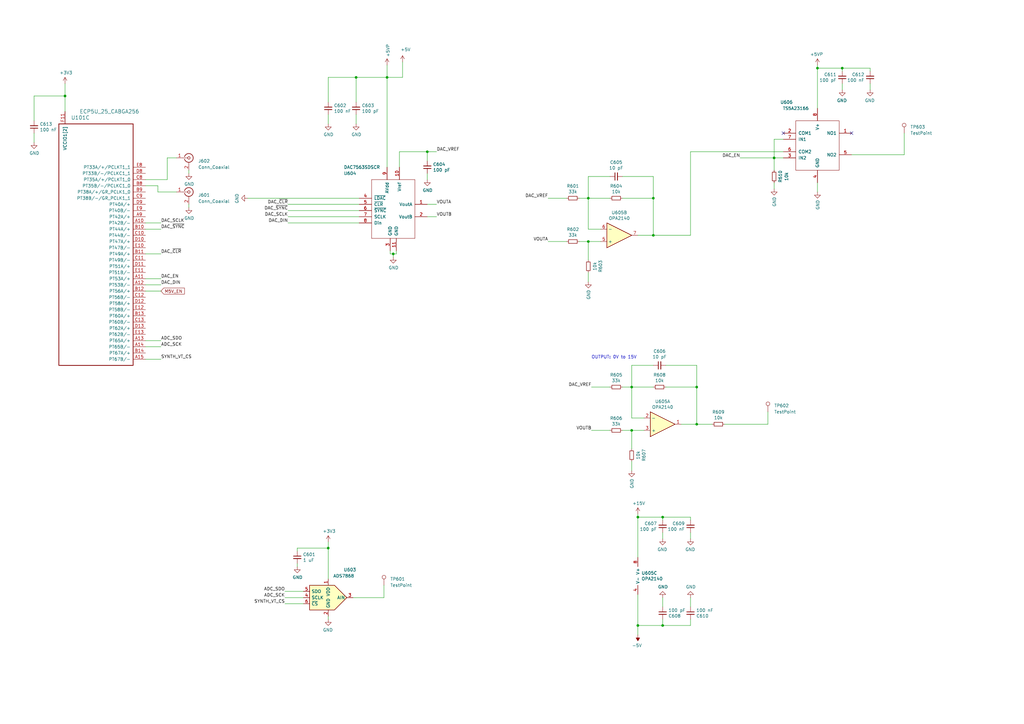
<source format=kicad_sch>
(kicad_sch (version 20201015) (generator eeschema)
  (paper "A3")
  (lib_symbols
    (symbol "Analog_ADC:ADS7868" (pin_names (offset 0.762))
      (property "Reference" "U" (at 1.27 6.35 0))
      (property "Value" "ADS7868" (at 1.27 -6.35 0))
      (symbol "ADS7868_1_1"
        (pin power_in line (at 0 7.62 270) (length 2.54) (name "VDD") (number "1"))
        (pin power_in line (at 0 -7.62 90) (length 2.54) (name "GND") (number "2"))
        (pin input line (at -10.16 0 0) (length 2.54) (name "AIN") (number "3"))
        (pin input line (at 10.16 0 180) (length 2.54) (name "SCLK") (number "4"))
        (pin tri_state line (at 10.16 2.54 180) (length 2.54) (name "SDO") (number "5"))
        (pin input line (at 10.16 -2.54 180) (length 2.54) (name "~CS") (number "6"))
      )
    )
    (symbol "Connector:Conn_Coaxial" (pin_names (offset 1.016) hide)
      (property "Reference" "J" (at 0.254 3.048 0))
      (property "Value" "Conn_Coaxial" (at 2.921 0 90))
      (symbol "Conn_Coaxial_1_1"
        (pin passive line (at -5.08 0 0) (length 2.54) (name "In") (number "1"))
        (pin passive line (at 0 -5.08 90) (length 2.54) (name "Ext") (number "2"))
      )
    )
    (symbol "Connector:TestPoint" (pin_numbers hide) (pin_names (offset 0.762) hide)
      (property "Reference" "TP" (at 0 6.858 0))
      (property "Value" "TestPoint" (at 0 5.08 0))
      (symbol "TestPoint_1_1"
        (pin passive line (at 0 0 90) (length 2.54) (name "1") (number "1"))
      )
    )
    (symbol "Device:C_Small" (pin_numbers hide) (pin_names (offset 0.254) hide)
      (property "Reference" "C" (at 0.254 1.778 0))
      (property "Value" "C_Small" (at 0.254 -2.032 0))
      (symbol "C_Small_1_1"
        (pin passive line (at 0 2.54 270) (length 2.032) (name "~") (number "1"))
        (pin passive line (at 0 -2.54 90) (length 2.032) (name "~") (number "2"))
      )
    )
    (symbol "Device:R_Small" (pin_numbers hide) (pin_names (offset 0.254) hide)
      (property "Reference" "R" (at 0.762 0.508 0))
      (property "Value" "R_Small" (at 0.762 -1.016 0))
      (symbol "R_Small_1_1"
        (pin passive line (at 0 2.54 270) (length 0.762) (name "~") (number "1"))
        (pin passive line (at 0 -2.54 90) (length 0.762) (name "~") (number "2"))
      )
    )
    (symbol "Lattice_ECP5:ECP5U_25_CABGA256" (pin_names (offset 1.016))
      (property "Reference" "U" (at 3.81 6.35 0))
      (property "Value" "ECP5U_25_CABGA256" (at 3.81 3.81 0))
      (symbol "ECP5U_25_CABGA256_1_1"
        (pin power_in line (at 7.62 -15.24 90) (length 5.08) (name "GND[27]") (number "A16"))
        (pin power_in line (at 7.62 -15.24 90) (length 5.08) (name "GND[27]") (number "H16"))
        (pin power_in line (at 7.62 -15.24 90) (length 5.08) (name "GND[27]") (number "T16"))
        (pin power_in line (at 7.62 -15.24 90) (length 5.08) (name "GND[27]") (number "D15"))
        (pin power_in line (at 7.62 -15.24 90) (length 5.08) (name "GND[27]") (number "N15"))
        (pin power_in line (at 7.62 -15.24 90) (length 5.08) (name "GND[27]") (number "T12"))
        (pin power_in line (at 7.62 -15.24 90) (length 5.08) (name "GND[27]") (number "G10"))
        (pin power_in line (at 7.62 -15.24 90) (length 5.08) (name "GND[27]") (number "H10"))
        (pin power_in line (at 7.62 -15.24 90) (length 5.08) (name "GND[27]") (number "J10"))
        (pin power_in line (at 7.62 -15.24 90) (length 5.08) (name "GND[27]") (number "K10"))
        (pin power_in line (at 7.62 -15.24 90) (length 5.08) (name "GND[27]") (number "F9"))
        (pin power_in line (at 7.62 -15.24 90) (length 5.08) (name "GND[27]") (number "H9"))
        (pin power_in line (at 7.62 -15.24 90) (length 5.08) (name "GND[27]") (number "J9"))
        (pin power_in line (at 7.62 -15.24 90) (length 5.08) (name "GND[27]") (number "K9"))
        (pin power_in line (at 7.62 -15.24 90) (length 5.08) (name "GND[27]") (number "F8"))
        (pin power_in line (at 7.62 -15.24 90) (length 5.08) (name "GND[27]") (number "G8"))
        (pin power_in line (at 7.62 -15.24 90) (length 5.08) (name "GND[27]") (number "H8"))
        (pin power_in line (at 7.62 -15.24 90) (length 5.08) (name "GND[27]") (number "J8"))
        (pin power_in line (at 7.62 -15.24 90) (length 5.08) (name "GND[27]") (number "K8"))
        (pin power_in line (at 7.62 -15.24 90) (length 5.08) (name "GND[27]") (number "K7"))
        (pin power_in line (at 7.62 -15.24 90) (length 5.08) (name "GND[27]") (number "K6"))
        (pin power_in line (at 7.62 -15.24 90) (length 5.08) (name "GND[27]") (number "T5"))
        (pin power_in line (at 7.62 -15.24 90) (length 5.08) (name "GND[27]") (number "D2"))
        (pin power_in line (at 7.62 -15.24 90) (length 5.08) (name "GND[27]") (number "N2"))
        (pin power_in line (at 7.62 -15.24 90) (length 5.08) (name "GND[27]") (number "A1"))
        (pin power_in line (at 7.62 -15.24 90) (length 5.08) (name "GND[27]") (number "H1"))
        (pin power_in line (at 7.62 -15.24 90) (length 5.08) (name "GND[27]") (number "T1"))
        (pin power_in line (at 10.16 22.86 270) (length 5.08) (name "VCC[6]") (number "L10"))
        (pin power_in line (at 10.16 22.86 270) (length 5.08) (name "VCC[6]") (number "G9"))
        (pin power_in line (at 10.16 22.86 270) (length 5.08) (name "VCC[6]") (number "L9"))
        (pin power_in line (at 10.16 22.86 270) (length 5.08) (name "VCC[6]") (number "L8"))
        (pin power_in line (at 10.16 22.86 270) (length 5.08) (name "VCC[6]") (number "G7"))
        (pin power_in line (at 10.16 22.86 270) (length 5.08) (name "VCC[6]") (number "G6"))
        (pin power_in line (at 7.62 22.86 270) (length 5.08) (name "VCCAUX[2]") (number "G11"))
        (pin power_in line (at 7.62 22.86 270) (length 5.08) (name "VCCAUX[2]") (number "L7"))
      )
      (symbol "ECP5U_25_CABGA256_2_1"
        (pin bidirectional line (at 0 0 0) (length 5.08) (name "PT4A/+") (number "A2"))
        (pin bidirectional line (at 0 -2.54 0) (length 5.08) (name "PT4B/-") (number "B3"))
        (pin bidirectional line (at 0 -5.08 0) (length 5.08) (name "PT6A/+") (number "A3"))
        (pin bidirectional line (at 0 -7.62 0) (length 5.08) (name "PT6B/-") (number "A4"))
        (pin bidirectional line (at 0 -10.16 0) (length 5.08) (name "PT9A/+") (number "E4"))
        (pin bidirectional line (at 0 -12.7 0) (length 5.08) (name "PT9B/-") (number "D4"))
        (pin bidirectional line (at 0 -15.24 0) (length 5.08) (name "PT11A/+") (number "C4"))
        (pin bidirectional line (at 0 -17.78 0) (length 5.08) (name "PT11B/-") (number "B4"))
        (pin bidirectional line (at 0 -20.32 0) (length 5.08) (name "PT13A/+") (number "E5"))
        (pin bidirectional line (at 0 -22.86 0) (length 5.08) (name "PT13B/-") (number "D5"))
        (pin bidirectional line (at 0 -25.4 0) (length 5.08) (name "PT15A/+") (number "C5"))
        (pin bidirectional line (at 0 -27.94 0) (length 5.08) (name "PT15B/-") (number "B5"))
        (pin bidirectional line (at 0 -30.48 0) (length 5.08) (name "PT18A/+") (number "A5"))
        (pin bidirectional line (at 0 -33.02 0) (length 5.08) (name "PT18B/-") (number "A6"))
        (pin bidirectional line (at 0 -35.56 0) (length 5.08) (name "PT20A/+") (number "E6"))
        (pin bidirectional line (at 0 -38.1 0) (length 5.08) (name "PT20B/-") (number "D6"))
        (pin bidirectional line (at 0 -40.64 0) (length 5.08) (name "PT22A/+") (number "C6"))
        (pin bidirectional line (at 0 -43.18 0) (length 5.08) (name "PT22B/-") (number "B6"))
        (pin bidirectional line (at 0 -45.72 0) (length 5.08) (name "PT24A/+/GR_PCLK0_1") (number "E7"))
        (pin bidirectional line (at 0 -48.26 0) (length 5.08) (name "PT24B/-/GR_PCLK0_0") (number "D7"))
        (pin bidirectional line (at 0 -50.8 0) (length 5.08) (name "PT27A/+/PCLKT0_1") (number "C7"))
        (pin bidirectional line (at 0 -53.34 0) (length 5.08) (name "PT27B/-/PCLKC0_1") (number "B7"))
        (pin bidirectional line (at 0 -55.88 0) (length 5.08) (name "PT29A/+/PCLKT0_0") (number "A7"))
        (pin bidirectional line (at 0 -58.42 0) (length 5.08) (name "PT29B/-/PCLKC0_0") (number "A8"))
        (pin power_in line (at 33.02 22.86 270) (length 5.08) (name "VCCIO0[2]") (number "F7"))
        (pin power_in line (at 33.02 22.86 270) (length 5.08) (name "VCCIO0[2]") (number "F6"))
      )
      (symbol "ECP5U_25_CABGA256_3_1"
        (pin bidirectional line (at 0 0 0) (length 5.08) (name "PT33A/+/PCLKT1_1") (number "E8"))
        (pin bidirectional line (at 0 -2.54 0) (length 5.08) (name "PT33B/-/PCLKC1_1") (number "D8"))
        (pin bidirectional line (at 0 -5.08 0) (length 5.08) (name "PT35A/+/PCLKT1_0") (number "C8"))
        (pin bidirectional line (at 0 -7.62 0) (length 5.08) (name "PT35B/-/PCLKC1_0") (number "B8"))
        (pin bidirectional line (at 0 -10.16 0) (length 5.08) (name "PT38A/+/GR_PCLK1_0") (number "B9"))
        (pin bidirectional line (at 0 -12.7 0) (length 5.08) (name "PT38B/-/GR_PCLK1_1") (number "C9"))
        (pin bidirectional line (at 0 -15.24 0) (length 5.08) (name "PT40A/+") (number "D9"))
        (pin bidirectional line (at 0 -17.78 0) (length 5.08) (name "PT40B/-") (number "E9"))
        (pin bidirectional line (at 0 -20.32 0) (length 5.08) (name "PT42A/+") (number "A9"))
        (pin bidirectional line (at 0 -22.86 0) (length 5.08) (name "PT42B/-") (number "A10"))
        (pin bidirectional line (at 0 -25.4 0) (length 5.08) (name "PT44A/+") (number "B10"))
        (pin bidirectional line (at 0 -27.94 0) (length 5.08) (name "PT44B/-") (number "C10"))
        (pin bidirectional line (at 0 -30.48 0) (length 5.08) (name "PT47A/+") (number "D10"))
        (pin bidirectional line (at 0 -33.02 0) (length 5.08) (name "PT47B/-") (number "E10"))
        (pin bidirectional line (at 0 -35.56 0) (length 5.08) (name "PT49A/+") (number "B11"))
        (pin bidirectional line (at 0 -38.1 0) (length 5.08) (name "PT49B/-") (number "C11"))
        (pin bidirectional line (at 0 -40.64 0) (length 5.08) (name "PT51A/+") (number "D11"))
        (pin bidirectional line (at 0 -43.18 0) (length 5.08) (name "PT51B/-") (number "E11"))
        (pin bidirectional line (at 0 -45.72 0) (length 5.08) (name "PT53A/+") (number "A11"))
        (pin bidirectional line (at 0 -48.26 0) (length 5.08) (name "PT53B/-") (number "A12"))
        (pin bidirectional line (at 0 -50.8 0) (length 5.08) (name "PT56A/+") (number "B12"))
        (pin bidirectional line (at 0 -53.34 0) (length 5.08) (name "PT56B/-") (number "C12"))
        (pin bidirectional line (at 0 -55.88 0) (length 5.08) (name "PT58A/+") (number "D12"))
        (pin bidirectional line (at 0 -58.42 0) (length 5.08) (name "PT58B/-") (number "E12"))
        (pin bidirectional line (at 0 -60.96 0) (length 5.08) (name "PT60A/+") (number "B13"))
        (pin bidirectional line (at 0 -63.5 0) (length 5.08) (name "PT60B/-") (number "C13"))
        (pin bidirectional line (at 0 -66.04 0) (length 5.08) (name "PT62A/+") (number "D13"))
        (pin bidirectional line (at 0 -68.58 0) (length 5.08) (name "PT62B/-") (number "E13"))
        (pin bidirectional line (at 0 -71.12 0) (length 5.08) (name "PT65A/+") (number "A13"))
        (pin bidirectional line (at 0 -73.66 0) (length 5.08) (name "PT65B/-") (number "A14"))
        (pin bidirectional line (at 0 -76.2 0) (length 5.08) (name "PT67A/+") (number "B14"))
        (pin bidirectional line (at 0 -78.74 0) (length 5.08) (name "PT67B/-") (number "A15"))
        (pin power_in line (at 33.02 22.86 270) (length 5.08) (name "VCCIO1[2]") (number "F11"))
        (pin power_in line (at 33.02 22.86 270) (length 5.08) (name "VCCIO1[2]") (number "F10"))
      )
      (symbol "ECP5U_25_CABGA256_4_1"
        (pin bidirectional line (at 0 0 0) (length 5.08) (name "PR2A/+/HS/RDQ8") (number "B16"))
        (pin bidirectional line (at 0 -2.54 0) (length 5.08) (name "PR2B/-/S0_IN/HS/RDQ8") (number "B15"))
        (pin bidirectional line (at 0 -5.08 0) (length 5.08) (name "PR2C/+/RDQ8") (number "C14"))
        (pin bidirectional line (at 0 -7.62 0) (length 5.08) (name "PR2D/-/RDQ8") (number "D14"))
        (pin bidirectional line (at 0 -10.16 0) (length 5.08) (name "PR5A/+/HS/RDQ8") (number "C16"))
        (pin bidirectional line (at 0 -12.7 0) (length 5.08) (name "PR5B/-/HS/RDQ8") (number "C15"))
        (pin bidirectional line (at 0 -15.24 0) (length 5.08) (name "PR5C/+/RDQ8") (number "E14"))
        (pin bidirectional line (at 0 -17.78 0) (length 5.08) (name "PR5D/-/RDQ8") (number "F14"))
        (pin bidirectional line (at 0 -20.32 0) (length 5.08) (name "PR8A/+/HS/RDQS8") (number "D16"))
        (pin bidirectional line (at 0 -22.86 0) (length 5.08) (name "PR8B/-/HS/RDQSN8") (number "E15"))
        (pin bidirectional line (at 0 -25.4 0) (length 5.08) (name "PR8C/+/RDQ8") (number "F13"))
        (pin bidirectional line (at 0 -27.94 0) (length 5.08) (name "PR8D/-/RDQ8") (number "F12"))
        (pin bidirectional line (at 0 -30.48 0) (length 5.08) (name "PR11A/+/HS/RDQ8") (number "G12"))
        (pin bidirectional line (at 0 -33.02 0) (length 5.08) (name "PR11B/-/HS/RDQ8") (number "G13"))
        (pin bidirectional line (at 0 -35.56 0) (length 5.08) (name "PR11C/+/RDQ8") (number "F15"))
        (pin bidirectional line (at 0 -38.1 0) (length 5.08) (name "PR11D/-/RDQ8") (number "E16"))
        (pin bidirectional line (at 0 -40.64 0) (length 5.08) (name "PR14A/+/HS/RDQ20") (number "F16"))
        (pin bidirectional line (at 0 -43.18 0) (length 5.08) (name "PR14B/-/HS/RDQ20") (number "G15"))
        (pin bidirectional line (at 0 -45.72 0) (length 5.08) (name "PR14C/+/VREF1_2/RDQ20") (number "G14"))
        (pin bidirectional line (at 0 -48.26 0) (length 5.08) (name "PR14D/-/RDQ20") (number "H14"))
        (pin bidirectional line (at 0 -50.8 0) (length 5.08) (name "PR17A/+/HS/RDQ20") (number "H12"))
        (pin bidirectional line (at 0 -53.34 0) (length 5.08) (name "PR17B/-/HS/RDQ20") (number "H13"))
        (pin bidirectional line (at 0 -55.88 0) (length 5.08) (name "PR17C/+/RDQ20") (number "J13"))
        (pin bidirectional line (at 0 -58.42 0) (length 5.08) (name "PR17D/-/RDQ20") (number "J12"))
        (pin bidirectional line (at 0 -60.96 0) (length 5.08) (name "PR20A/+/GR_PCLK2_1/HS/RDQS20") (number "G16"))
        (pin bidirectional line (at 0 -63.5 0) (length 5.08) (name "PR20B/-/HS/RDQSN20") (number "H15"))
        (pin bidirectional line (at 0 -66.04 0) (length 5.08) (name "PR20C/+/GR_PCLK2_0/RDQ20") (number "J14"))
        (pin bidirectional line (at 0 -68.58 0) (length 5.08) (name "PR20D/-/RDQ20") (number "K14"))
        (pin bidirectional line (at 0 -71.12 0) (length 5.08) (name "PR23A/+/PCLKT2_1/HS/RDQ20") (number "J16"))
        (pin bidirectional line (at 0 -73.66 0) (length 5.08) (name "PR23B/-/PCLKC2_1/HS/RDQ20") (number "J15"))
        (pin bidirectional line (at 0 -76.2 0) (length 5.08) (name "PR23C/+/PCLKT2_0/RDQ20") (number "K16"))
        (pin bidirectional line (at 0 -78.74 0) (length 5.08) (name "PR23D/-/PCLKC2_0/RDQ20") (number "K15"))
        (pin power_in line (at 45.72 22.86 270) (length 5.08) (name "VCCIO2[2]") (number "H11"))
        (pin power_in line (at 45.72 22.86 270) (length 5.08) (name "VCCIO2[2]") (number "J11"))
      )
      (symbol "ECP5U_25_CABGA256_5_1"
        (pin bidirectional line (at 0 0 0) (length 5.08) (name "PR26A/+/PCLKT3_1/HS/RDQ32") (number "L16"))
        (pin bidirectional line (at 0 -2.54 0) (length 5.08) (name "PR26B/-/PCLKC3_1/HS/RDQ32") (number "L15"))
        (pin bidirectional line (at 0 -5.08 0) (length 5.08) (name "PR26C/+/PCLKT3_0/RDQ32") (number "M16"))
        (pin bidirectional line (at 0 -7.62 0) (length 5.08) (name "PR26D/-/PCLKC3_0/RDQ32") (number "M15"))
        (pin bidirectional line (at 0 -10.16 0) (length 5.08) (name "PR29A/+/GR_PCLK3_0/HS/RDQ32") (number "K13"))
        (pin bidirectional line (at 0 -12.7 0) (length 5.08) (name "PR29B/-/HS/RDQ32") (number "K12"))
        (pin bidirectional line (at 0 -15.24 0) (length 5.08) (name "PR29C/+/GR_PCLK3_1/RDQ32") (number "L13"))
        (pin bidirectional line (at 0 -17.78 0) (length 5.08) (name "PR29D/-/RDQ32") (number "L12"))
        (pin bidirectional line (at 0 -20.32 0) (length 5.08) (name "PR32A/+/HS/RDQS32") (number "N16"))
        (pin bidirectional line (at 0 -22.86 0) (length 5.08) (name "PR32B/-/HS/RDQSN32") (number "P15"))
        (pin bidirectional line (at 0 -25.4 0) (length 5.08) (name "PR32C/+/RDQ32") (number "L14"))
        (pin bidirectional line (at 0 -27.94 0) (length 5.08) (name "PR32D/-/RDQ32") (number "M14"))
        (pin bidirectional line (at 0 -30.48 0) (length 5.08) (name "PR35A/+/HS/RDQ32") (number "P16"))
        (pin bidirectional line (at 0 -33.02 0) (length 5.08) (name "PR35B/-/VREF1_3/HS/RDQ32") (number "R16"))
        (pin bidirectional line (at 0 -35.56 0) (length 5.08) (name "PR35C/+/RDQ32") (number "M13"))
        (pin bidirectional line (at 0 -38.1 0) (length 5.08) (name "PR35D/-/RDQ32") (number "N14"))
        (pin bidirectional line (at 0 -40.64 0) (length 5.08) (name "PR38A/+/HS/RDQ44") (number "N13"))
        (pin bidirectional line (at 0 -43.18 0) (length 5.08) (name "PR38B/-/HS/RDQ44") (number "P14"))
        (pin bidirectional line (at 0 -45.72 0) (length 5.08) (name "PR38C/+/RDQ44") (number "R15"))
        (pin bidirectional line (at 0 -48.26 0) (length 5.08) (name "PR38D/-/RDQ44") (number "T15"))
        (pin bidirectional line (at 0 -50.8 0) (length 5.08) (name "PR41A/+/HS/RDQ44") (number "P13"))
        (pin bidirectional line (at 0 -53.34 0) (length 5.08) (name "PR41B/-/HS/RDQ44") (number "R14"))
        (pin bidirectional line (at 0 -55.88 0) (length 5.08) (name "PR41C/+/RDQ44") (number "R13"))
        (pin bidirectional line (at 0 -58.42 0) (length 5.08) (name "PR41D/-/RDQ44") (number "T14"))
        (pin bidirectional line (at 0 -60.96 0) (length 5.08) (name "PR44A/+/HS/RDQS44") (number "R12"))
        (pin bidirectional line (at 0 -63.5 0) (length 5.08) (name "PR44B/-/HS/RDQSN44") (number "T13"))
        (pin bidirectional line (at 0 -66.04 0) (length 5.08) (name "PR44C/+/RDQ44") (number "M12"))
        (pin bidirectional line (at 0 -68.58 0) (length 5.08) (name "PR44D/-/RDQ44") (number "N12"))
        (pin bidirectional line (at 0 -71.12 0) (length 5.08) (name "PR47A/+/HS/RDQ44") (number "M11"))
        (pin bidirectional line (at 0 -73.66 0) (length 5.08) (name "PR47B/-/HS/RDQ44") (number "N11"))
        (pin bidirectional line (at 0 -76.2 0) (length 5.08) (name "PR47C/+/LRC_GPLL0T_IN/RDQ44") (number "P11"))
        (pin bidirectional line (at 0 -78.74 0) (length 5.08) (name "PR47D/-/LRC_GPLL0C_IN/RDQ44") (number "P12"))
        (pin power_in line (at 45.72 22.86 270) (length 5.08) (name "VCCIO3[2]") (number "K11"))
        (pin power_in line (at 45.72 22.86 270) (length 5.08) (name "VCCIO3[2]") (number "L11"))
      )
      (symbol "ECP5U_25_CABGA256_6_1"
        (pin bidirectional line (at 0 0 0) (length 5.08) (name "PL26A/+/PCLKT6_1/HS/LDQ32") (number "L1"))
        (pin bidirectional line (at 0 -2.54 0) (length 5.08) (name "PL26B/-/PCLKC6_1/HS/LDQ32") (number "L2"))
        (pin bidirectional line (at 0 -5.08 0) (length 5.08) (name "PL26C/+/PCLKT6_0/LDQ32") (number "M1"))
        (pin bidirectional line (at 0 -7.62 0) (length 5.08) (name "PL26D/-/PCLKC6_0/LDQ32") (number "M2"))
        (pin bidirectional line (at 0 -10.16 0) (length 5.08) (name "PL29A/+/GR_PCLK6_0/HS/LDQ32") (number "K4"))
        (pin bidirectional line (at 0 -12.7 0) (length 5.08) (name "PL29B/-/HS/LDQ32") (number "K5"))
        (pin bidirectional line (at 0 -15.24 0) (length 5.08) (name "PL29C/+/GR_PCLK6_1/LDQ32") (number "L4"))
        (pin bidirectional line (at 0 -17.78 0) (length 5.08) (name "PL29D/-/LDQ32") (number "L5"))
        (pin bidirectional line (at 0 -20.32 0) (length 5.08) (name "PL32A/+/HS/LDQS32") (number "N1"))
        (pin bidirectional line (at 0 -22.86 0) (length 5.08) (name "PL32B/-/HS/LDQSN32") (number "P2"))
        (pin bidirectional line (at 0 -25.4 0) (length 5.08) (name "PL32C/+/LDQ32") (number "L3"))
        (pin bidirectional line (at 0 -27.94 0) (length 5.08) (name "PL32D/-/LDQ32") (number "M3"))
        (pin bidirectional line (at 0 -30.48 0) (length 5.08) (name "PL35A/+/HS/LDQ32") (number "P1"))
        (pin bidirectional line (at 0 -33.02 0) (length 5.08) (name "PL35B/-/VREF1_6/HS/LDQ32") (number "R1"))
        (pin bidirectional line (at 0 -35.56 0) (length 5.08) (name "PL35C/+/LDQ32") (number "M4"))
        (pin bidirectional line (at 0 -38.1 0) (length 5.08) (name "PL35D/-/LDQ32") (number "N3"))
        (pin bidirectional line (at 0 -40.64 0) (length 5.08) (name "PL38A/+/HS/LDQ44") (number "N4"))
        (pin bidirectional line (at 0 -43.18 0) (length 5.08) (name "PL38B/-/HS/LDQ44") (number "P3"))
        (pin bidirectional line (at 0 -45.72 0) (length 5.08) (name "PL38C/+/LDQ44") (number "R2"))
        (pin bidirectional line (at 0 -48.26 0) (length 5.08) (name "PL38D/-/LDQ44") (number "T2"))
        (pin bidirectional line (at 0 -50.8 0) (length 5.08) (name "PL41A/+/HS/LDQ44") (number "P4"))
        (pin bidirectional line (at 0 -53.34 0) (length 5.08) (name "PL41B/-/HS/LDQ44") (number "R3"))
        (pin bidirectional line (at 0 -55.88 0) (length 5.08) (name "PL41C/+/LDQ44") (number "R4"))
        (pin bidirectional line (at 0 -58.42 0) (length 5.08) (name "PL41D/-/LDQ44") (number "T3"))
        (pin bidirectional line (at 0 -60.96 0) (length 5.08) (name "PL44A/+/HS/LDQS44") (number "R5"))
        (pin bidirectional line (at 0 -63.5 0) (length 5.08) (name "PL44B/-/HS/LDQSN44") (number "T4"))
        (pin bidirectional line (at 0 -66.04 0) (length 5.08) (name "PL44C/+/LDQ44") (number "M5"))
        (pin bidirectional line (at 0 -68.58 0) (length 5.08) (name "PL44D/-/LDQ44") (number "N5"))
        (pin bidirectional line (at 0 -71.12 0) (length 5.08) (name "PL47A/+/HS/LDQ44") (number "M6"))
        (pin bidirectional line (at 0 -73.66 0) (length 5.08) (name "PL47B/-/HS/LDQ44") (number "N6"))
        (pin bidirectional line (at 0 -76.2 0) (length 5.08) (name "PL47C/+/LLC_GPLL0T_IN/LDQ44") (number "P6"))
        (pin bidirectional line (at 0 -78.74 0) (length 5.08) (name "PL47D/-/LLC_GPLL0C_IN/LDQ44") (number "P5"))
        (pin power_in line (at 45.72 22.86 270) (length 5.08) (name "VCCIO6[2]") (number "J7"))
        (pin power_in line (at 45.72 22.86 270) (length 5.08) (name "VCCIO6[2]") (number "J6"))
      )
      (symbol "ECP5U_25_CABGA256_7_1"
        (pin bidirectional line (at 0 0 0) (length 5.08) (name "PL2A/+/HS/LDQ8") (number "B1"))
        (pin bidirectional line (at 0 -2.54 0) (length 5.08) (name "PL2B/-/HS/LDQ8") (number "B2"))
        (pin bidirectional line (at 0 -5.08 0) (length 5.08) (name "PL2C/+/LDQ8") (number "C3"))
        (pin bidirectional line (at 0 -7.62 0) (length 5.08) (name "PL2D/-/LDQ8") (number "D3"))
        (pin bidirectional line (at 0 -10.16 0) (length 5.08) (name "PL5A/+/HS/LDQ8") (number "C1"))
        (pin bidirectional line (at 0 -12.7 0) (length 5.08) (name "PL5B/-/HS/LDQ8") (number "C2"))
        (pin bidirectional line (at 0 -15.24 0) (length 5.08) (name "PL5C/+/LDQ8") (number "E3"))
        (pin bidirectional line (at 0 -17.78 0) (length 5.08) (name "PL5D/-/LDQ8") (number "F3"))
        (pin bidirectional line (at 0 -20.32 0) (length 5.08) (name "PL8A/+/HS/LDQS8") (number "D1"))
        (pin bidirectional line (at 0 -22.86 0) (length 5.08) (name "PL8B/-/HS/LDQSN8") (number "E2"))
        (pin bidirectional line (at 0 -25.4 0) (length 5.08) (name "PL8C/+/LDQ8") (number "F4"))
        (pin bidirectional line (at 0 -27.94 0) (length 5.08) (name "PL8D/-/LDQ8") (number "F5"))
        (pin bidirectional line (at 0 -30.48 0) (length 5.08) (name "PL11A/+/HS/LDQ8") (number "G5"))
        (pin bidirectional line (at 0 -33.02 0) (length 5.08) (name "PL11B/-/HS/LDQ8") (number "G4"))
        (pin bidirectional line (at 0 -35.56 0) (length 5.08) (name "PL11C/+/LDQ8") (number "F2"))
        (pin bidirectional line (at 0 -38.1 0) (length 5.08) (name "PL11D/-/LDQ8") (number "E1"))
        (pin bidirectional line (at 0 -40.64 0) (length 5.08) (name "PL14A/+/HS/LDQ20") (number "F1"))
        (pin bidirectional line (at 0 -43.18 0) (length 5.08) (name "PL14B/-/HS/LDQ20") (number "G2"))
        (pin bidirectional line (at 0 -45.72 0) (length 5.08) (name "PL14C/+/VREF1_7/LDQ20") (number "G3"))
        (pin bidirectional line (at 0 -48.26 0) (length 5.08) (name "PL14D/-/LDQ20") (number "H3"))
        (pin bidirectional line (at 0 -50.8 0) (length 5.08) (name "PL17A/+/HS/LDQ20") (number "H5"))
        (pin bidirectional line (at 0 -53.34 0) (length 5.08) (name "PL17B/-/HS/LDQ20") (number "H4"))
        (pin bidirectional line (at 0 -55.88 0) (length 5.08) (name "PL17C/+/LDQ20") (number "J4"))
        (pin bidirectional line (at 0 -58.42 0) (length 5.08) (name "PL17D/-/LDQ20") (number "J5"))
        (pin bidirectional line (at 0 -60.96 0) (length 5.08) (name "PL20A/+/GR_PCLK7_1/HS/LDQS20") (number "G1"))
        (pin bidirectional line (at 0 -63.5 0) (length 5.08) (name "PL20B/-/HS/LDQSN20") (number "H2"))
        (pin bidirectional line (at 0 -66.04 0) (length 5.08) (name "PL20C/+/GR_PCLK7_0/LDQ20") (number "J3"))
        (pin bidirectional line (at 0 -68.58 0) (length 5.08) (name "PL20D/-/LDQ20") (number "K3"))
        (pin bidirectional line (at 0 -71.12 0) (length 5.08) (name "PL23A/+/PCLKT7_1/HS/LDQ20") (number "J1"))
        (pin bidirectional line (at 0 -73.66 0) (length 5.08) (name "PL23B/-/PCLKC7_1/HS/LDQ20") (number "J2"))
        (pin bidirectional line (at 0 -76.2 0) (length 5.08) (name "PL23C/+/PCLKT7_0/LDQ20") (number "K1"))
        (pin bidirectional line (at 0 -78.74 0) (length 5.08) (name "PL23D/-/PCLKC7_0/LDQ20") (number "K2"))
        (pin power_in line (at 45.72 22.86 270) (length 5.08) (name "VCCIO7[2]") (number "H7"))
        (pin power_in line (at 45.72 22.86 270) (length 5.08) (name "VCCIO7[2]") (number "H6"))
      )
      (symbol "ECP5U_25_CABGA256_8_1"
        (pin bidirectional line (at 0 0 0) (length 5.08) (name "CCLK/MCLK/SCK") (number "N9"))
        (pin bidirectional line (at 0 -2.54 0) (length 5.08) (name "CFG_0") (number "N10"))
        (pin bidirectional line (at 0 -5.08 0) (length 5.08) (name "CFG_1") (number "P10"))
        (pin bidirectional line (at 0 -7.62 0) (length 5.08) (name "CFG_2") (number "R10"))
        (pin bidirectional line (at 0 -10.16 0) (length 5.08) (name "DONE") (number "P9"))
        (pin bidirectional line (at 0 -12.7 0) (length 5.08) (name "INITN") (number "T9"))
        (pin bidirectional line (at 0 -15.24 0) (length 5.08) (name "PB4A/+/D7/IO7") (number "T6"))
        (pin bidirectional line (at 0 -17.78 0) (length 5.08) (name "PB4B/-/D6/IO6") (number "R6"))
        (pin bidirectional line (at 0 -20.32 0) (length 5.08) (name "PB6A/+/D5/MISO2/IO5") (number "R7"))
        (pin bidirectional line (at 0 -22.86 0) (length 5.08) (name "PB6B/-/D4/MOSI2/IO4") (number "P7"))
        (pin bidirectional line (at 0 -25.4 0) (length 5.08) (name "PB9A/+/D3/IO3") (number "N7"))
        (pin bidirectional line (at 0 -27.94 0) (length 5.08) (name "PB9B/-/D2/IO2") (number "M7"))
        (pin bidirectional line (at 0 -30.48 0) (length 5.08) (name "PB11A/+/D1/MISO/IO1") (number "T7"))
        (pin bidirectional line (at 0 -33.02 0) (length 5.08) (name "PB11B/-/D0/MOSI/IO0") (number "T8"))
        (pin bidirectional line (at 0 -35.56 0) (length 5.08) (name "PB13A/+/SN/CSN") (number "R8"))
        (pin bidirectional line (at 0 -38.1 0) (length 5.08) (name "PB13B/-/CS1N") (number "P8"))
        (pin bidirectional line (at 0 -40.64 0) (length 5.08) (name "PB15A/+/HOLDN/DI/BUSY/CSSPIN/CEN") (number "N8"))
        (pin bidirectional line (at 0 -43.18 0) (length 5.08) (name "PB15B/-/DOUT/CSON") (number "M8"))
        (pin bidirectional line (at 0 -45.72 0) (length 5.08) (name "PB18A/WRITEN") (number "M9"))
        (pin bidirectional line (at 0 -48.26 0) (length 5.08) (name "PROGRAMN") (number "R9"))
        (pin power_in line (at 50.8 17.78 270) (length 5.08) (name "VCCIO8") (number "L6"))
      )
      (symbol "ECP5U_25_CABGA256_9_1"
        (pin bidirectional line (at 0 0 0) (length 5.08) (name "TCK") (number "T10"))
        (pin bidirectional line (at 0 -2.54 0) (length 5.08) (name "TDI") (number "R11"))
        (pin bidirectional line (at 0 -5.08 0) (length 5.08) (name "TDO") (number "M10"))
        (pin bidirectional line (at 0 -7.62 0) (length 5.08) (name "TMS") (number "T11"))
      )
    )
    (symbol "power:+15V" (power) (pin_names (offset 0))
      (property "Value" "+15V" (at 0 3.556 0))
      (symbol "+15V_1_1"
        (pin power_in line (at 0 0 90) (length 0) hide (name "+15V") (number "1"))
      )
    )
    (symbol "power:+3.3V" (power) (pin_names (offset 0))
      (property "Value" "+3.3V" (at 0 3.556 0))
      (symbol "+3.3V_1_1"
        (pin power_in line (at 0 0 90) (length 0) hide (name "+3V3") (number "1"))
      )
    )
    (symbol "power:+3V3" (power) (pin_names (offset 0))
      (property "Value" "+3V3" (at 0 3.556 0))
      (symbol "+3V3_1_1"
        (pin power_in line (at 0 0 90) (length 0) hide (name "+3V3") (number "1"))
      )
    )
    (symbol "power:+5V" (power) (pin_names (offset 0))
      (property "Value" "+5V" (at 0 3.556 0))
      (symbol "+5V_1_1"
        (pin power_in line (at 0 0 90) (length 0) hide (name "+5V") (number "1"))
      )
    )
    (symbol "power:+5VP" (power) (pin_names (offset 0))
      (property "Value" "+5VP" (at 0 3.556 0))
      (symbol "+5VP_1_1"
        (pin power_in line (at 0 0 90) (length 0) hide (name "+5VP") (number "1"))
      )
    )
    (symbol "power:-5V" (power) (pin_names (offset 0))
      (property "Value" "-5V" (at 0 3.81 0))
      (symbol "-5V_0_0"
        (pin power_in line (at 0 0 90) (length 0) hide (name "-5V") (number "1"))
      )
    )
    (symbol "power:GND" (power) (pin_names (offset 0))
      (property "Value" "GND" (at 0 -3.81 0))
      (symbol "GND_1_1"
        (pin power_in line (at 0 0 270) (length 0) hide (name "GND") (number "1"))
      )
    )
    (symbol "vna_mm:DAC7563SDSCR" (pin_names (offset 1.016))
      (property "Reference" "U" (at 7.62 16.51 0))
      (property "Value" "DAC7563SDSCR" (at 13.97 19.05 0))
      (symbol "DAC7563SDSCR_1_1"
        (pin output line (at 13.97 2.54 180) (length 5.08) (name "VoutA") (number "1"))
        (pin bidirectional line (at 2.54 17.78 270) (length 5.08) (name "Vref") (number "10"))
        (pin power_in line (at 1.27 -16.51 90) (length 5.08) (name "GND") (number "11"))
        (pin output line (at 13.97 -2.54 180) (length 5.08) (name "VoutB") (number "2"))
        (pin power_in line (at -1.27 -16.51 90) (length 5.08) (name "GND") (number "3"))
        (pin input line (at -13.97 5.08 0) (length 5.08) (name "~LDAC") (number "4"))
        (pin input line (at -13.97 2.54 0) (length 5.08) (name "~CLR") (number "5"))
        (pin input line (at -13.97 0 0) (length 5.08) (name "~SYNC") (number "6"))
        (pin input line (at -13.97 -2.54 0) (length 5.08) (name "SCLK") (number "7"))
        (pin input line (at -13.97 -5.08 0) (length 5.08) (name "Din") (number "8"))
        (pin power_in line (at -2.54 17.78 270) (length 5.08) (name "AVdd") (number "9"))
      )
    )
    (symbol "vna_mm:TS5A23166" (pin_names (offset 1.016))
      (property "Reference" "U" (at -13.97 12.7 0))
      (property "Value" "TS5A23166" (at -10.16 15.24 0))
      (property "Footprint" "v:VSSOP-8" (at 0 5.08 0))
      (symbol "TS5A23166_1_1"
        (pin bidirectional line (at 13.97 5.08 180) (length 5.08) (name "NO1") (number "1"))
        (pin bidirectional line (at -13.97 5.08 0) (length 5.08) (name "COM1") (number "2"))
        (pin input line (at -13.97 -5.08 0) (length 5.08) (name "IN2") (number "3"))
        (pin power_in line (at 0 -15.24 90) (length 5.08) (name "GND") (number "4"))
        (pin bidirectional line (at 13.97 -3.81 180) (length 5.08) (name "NO2") (number "5"))
        (pin bidirectional line (at -13.97 -2.54 0) (length 5.08) (name "COM2") (number "6"))
        (pin input line (at -13.97 2.54 0) (length 5.08) (name "IN1") (number "7"))
        (pin power_in line (at 0 15.24 270) (length 5.08) (name "V+") (number "8"))
      )
    )
    (symbol "vna_mm_synth-rescue:Opamp_Dual_Generic-Device"
      (property "Reference" "U" (at 0 5.08 0))
      (property "Value" "Opamp_Dual_Generic-Device" (at 0 -5.08 0))
      (symbol "Opamp_Dual_Generic-Device_1_1"
        (pin output line (at 7.62 0 180) (length 2.54) (name "~") (number "1"))
        (pin input line (at -7.62 -2.54 0) (length 2.54) (name "-") (number "2"))
        (pin input line (at -7.62 2.54 0) (length 2.54) (name "+") (number "3"))
      )
      (symbol "Opamp_Dual_Generic-Device_2_1"
        (pin input line (at -7.62 2.54 0) (length 2.54) (name "+") (number "5"))
        (pin input line (at -7.62 -2.54 0) (length 2.54) (name "-") (number "6"))
        (pin output line (at 7.62 0 180) (length 2.54) (name "~") (number "7"))
      )
      (symbol "Opamp_Dual_Generic-Device_3_1"
        (pin power_in line (at -2.54 -7.62 90) (length 3.81) (name "V-") (number "4"))
        (pin power_in line (at -2.54 7.62 270) (length 3.81) (name "V+") (number "8"))
      )
    )
  )
  (junction (at 26.67 39.37) (diameter 0.9144))
  (junction (at 134.62 224.79) (diameter 0.9144))
  (junction (at 146.05 31.75) (diameter 0.9144))
  (junction (at 158.75 31.75) (diameter 0.9144))
  (junction (at 161.29 104.14) (diameter 0.9144))
  (junction (at 175.26 62.23) (diameter 0.9144))
  (junction (at 241.3 81.28) (diameter 0.9144))
  (junction (at 241.3 99.06) (diameter 0.9144))
  (junction (at 259.08 158.75) (diameter 0.9144))
  (junction (at 259.08 176.53) (diameter 0.9144))
  (junction (at 261.62 212.09) (diameter 0.9144))
  (junction (at 261.62 256.54) (diameter 0.9144))
  (junction (at 267.97 81.28) (diameter 0.9144))
  (junction (at 267.97 96.52) (diameter 0.9144))
  (junction (at 271.78 212.09) (diameter 0.9144))
  (junction (at 271.78 256.54) (diameter 0.9144))
  (junction (at 285.75 158.75) (diameter 0.9144))
  (junction (at 285.75 173.99) (diameter 0.9144))
  (junction (at 317.5 64.77) (diameter 0.9144))
  (junction (at 335.28 27.94) (diameter 0.9144))
  (junction (at 345.44 27.94) (diameter 0.9144))
  (no_connect (at 349.25 54.61))
  (no_connect (at 321.31 54.61))
  (wire (pts (xy 13.97 39.37) (xy 26.67 39.37)))
  (wire (pts (xy 13.97 49.53) (xy 13.97 39.37)))
  (wire (pts (xy 13.97 58.42) (xy 13.97 54.61)))
  (wire (pts (xy 26.67 34.29) (xy 26.67 39.37)))
  (wire (pts (xy 26.67 39.37) (xy 26.67 45.72)))
  (wire (pts (xy 59.69 73.66) (xy 68.58 73.66)))
  (wire (pts (xy 59.69 91.44) (xy 66.04 91.44)))
  (wire (pts (xy 59.69 93.98) (xy 66.04 93.98)))
  (wire (pts (xy 59.69 104.14) (xy 66.04 104.14)))
  (wire (pts (xy 59.69 114.3) (xy 66.04 114.3)))
  (wire (pts (xy 59.69 116.84) (xy 66.04 116.84)))
  (wire (pts (xy 59.69 119.38) (xy 66.04 119.38)))
  (wire (pts (xy 59.69 139.7) (xy 66.04 139.7)))
  (wire (pts (xy 59.69 142.24) (xy 66.04 142.24)))
  (wire (pts (xy 59.69 147.32) (xy 66.04 147.32)))
  (wire (pts (xy 64.77 76.2) (xy 59.69 76.2)))
  (wire (pts (xy 64.77 78.74) (xy 64.77 76.2)))
  (wire (pts (xy 64.77 78.74) (xy 72.39 78.74)))
  (wire (pts (xy 68.58 64.77) (xy 72.39 64.77)))
  (wire (pts (xy 68.58 73.66) (xy 68.58 64.77)))
  (wire (pts (xy 77.47 69.85) (xy 77.47 71.12)))
  (wire (pts (xy 77.47 83.82) (xy 77.47 85.09)))
  (wire (pts (xy 101.6 81.28) (xy 147.32 81.28)))
  (wire (pts (xy 116.84 247.65) (xy 124.46 247.65)))
  (wire (pts (xy 118.11 83.82) (xy 147.32 83.82)))
  (wire (pts (xy 118.11 86.36) (xy 147.32 86.36)))
  (wire (pts (xy 118.11 88.9) (xy 147.32 88.9)))
  (wire (pts (xy 118.11 91.44) (xy 147.32 91.44)))
  (wire (pts (xy 121.92 224.79) (xy 134.62 224.79)))
  (wire (pts (xy 121.92 226.06) (xy 121.92 224.79)))
  (wire (pts (xy 121.92 231.14) (xy 121.92 232.41)))
  (wire (pts (xy 124.46 242.57) (xy 116.84 242.57)))
  (wire (pts (xy 124.46 245.11) (xy 116.84 245.11)))
  (wire (pts (xy 134.62 31.75) (xy 146.05 31.75)))
  (wire (pts (xy 134.62 41.91) (xy 134.62 31.75)))
  (wire (pts (xy 134.62 50.8) (xy 134.62 46.99)))
  (wire (pts (xy 134.62 222.25) (xy 134.62 224.79)))
  (wire (pts (xy 134.62 224.79) (xy 134.62 237.49)))
  (wire (pts (xy 134.62 254) (xy 134.62 252.73)))
  (wire (pts (xy 144.78 245.11) (xy 157.48 245.11)))
  (wire (pts (xy 146.05 31.75) (xy 158.75 31.75)))
  (wire (pts (xy 146.05 41.91) (xy 146.05 31.75)))
  (wire (pts (xy 146.05 46.99) (xy 146.05 50.8)))
  (wire (pts (xy 157.48 240.03) (xy 157.48 245.11)))
  (wire (pts (xy 158.75 26.67) (xy 158.75 31.75)))
  (wire (pts (xy 158.75 31.75) (xy 158.75 68.58)))
  (wire (pts (xy 160.02 102.87) (xy 160.02 104.14)))
  (wire (pts (xy 160.02 104.14) (xy 161.29 104.14)))
  (wire (pts (xy 161.29 104.14) (xy 161.29 105.41)))
  (wire (pts (xy 161.29 104.14) (xy 162.56 104.14)))
  (wire (pts (xy 162.56 104.14) (xy 162.56 102.87)))
  (wire (pts (xy 163.83 62.23) (xy 163.83 68.58)))
  (wire (pts (xy 163.83 62.23) (xy 175.26 62.23)))
  (wire (pts (xy 165.1 25.4) (xy 165.1 31.75)))
  (wire (pts (xy 165.1 31.75) (xy 158.75 31.75)))
  (wire (pts (xy 175.26 62.23) (xy 175.26 66.04)))
  (wire (pts (xy 175.26 62.23) (xy 179.07 62.23)))
  (wire (pts (xy 175.26 71.12) (xy 175.26 73.66)))
  (wire (pts (xy 175.26 88.9) (xy 179.07 88.9)))
  (wire (pts (xy 179.07 83.82) (xy 175.26 83.82)))
  (wire (pts (xy 224.79 81.28) (xy 232.41 81.28)))
  (wire (pts (xy 232.41 99.06) (xy 224.79 99.06)))
  (wire (pts (xy 237.49 81.28) (xy 241.3 81.28)))
  (wire (pts (xy 241.3 72.39) (xy 241.3 81.28)))
  (wire (pts (xy 241.3 81.28) (xy 241.3 93.98)))
  (wire (pts (xy 241.3 93.98) (xy 246.38 93.98)))
  (wire (pts (xy 241.3 99.06) (xy 237.49 99.06)))
  (wire (pts (xy 241.3 106.68) (xy 241.3 99.06)))
  (wire (pts (xy 241.3 111.76) (xy 241.3 115.57)))
  (wire (pts (xy 242.57 158.75) (xy 250.19 158.75)))
  (wire (pts (xy 246.38 99.06) (xy 241.3 99.06)))
  (wire (pts (xy 250.19 72.39) (xy 241.3 72.39)))
  (wire (pts (xy 250.19 81.28) (xy 241.3 81.28)))
  (wire (pts (xy 250.19 176.53) (xy 242.57 176.53)))
  (wire (pts (xy 255.27 72.39) (xy 267.97 72.39)))
  (wire (pts (xy 255.27 81.28) (xy 267.97 81.28)))
  (wire (pts (xy 255.27 158.75) (xy 259.08 158.75)))
  (wire (pts (xy 259.08 149.86) (xy 259.08 158.75)))
  (wire (pts (xy 259.08 158.75) (xy 259.08 171.45)))
  (wire (pts (xy 259.08 171.45) (xy 264.16 171.45)))
  (wire (pts (xy 259.08 176.53) (xy 255.27 176.53)))
  (wire (pts (xy 259.08 184.15) (xy 259.08 176.53)))
  (wire (pts (xy 259.08 189.23) (xy 259.08 193.04)))
  (wire (pts (xy 261.62 210.82) (xy 261.62 212.09)))
  (wire (pts (xy 261.62 212.09) (xy 261.62 228.6)))
  (wire (pts (xy 261.62 212.09) (xy 271.78 212.09)))
  (wire (pts (xy 261.62 243.84) (xy 261.62 256.54)))
  (wire (pts (xy 261.62 256.54) (xy 261.62 260.35)))
  (wire (pts (xy 261.62 256.54) (xy 271.78 256.54)))
  (wire (pts (xy 264.16 176.53) (xy 259.08 176.53)))
  (wire (pts (xy 267.97 72.39) (xy 267.97 81.28)))
  (wire (pts (xy 267.97 81.28) (xy 267.97 96.52)))
  (wire (pts (xy 267.97 96.52) (xy 261.62 96.52)))
  (wire (pts (xy 267.97 96.52) (xy 283.21 96.52)))
  (wire (pts (xy 267.97 149.86) (xy 259.08 149.86)))
  (wire (pts (xy 267.97 158.75) (xy 259.08 158.75)))
  (wire (pts (xy 271.78 212.09) (xy 271.78 213.36)))
  (wire (pts (xy 271.78 212.09) (xy 283.21 212.09)))
  (wire (pts (xy 271.78 218.44) (xy 271.78 220.98)))
  (wire (pts (xy 271.78 248.92) (xy 271.78 245.11)))
  (wire (pts (xy 271.78 254) (xy 271.78 256.54)))
  (wire (pts (xy 271.78 256.54) (xy 283.21 256.54)))
  (wire (pts (xy 273.05 149.86) (xy 285.75 149.86)))
  (wire (pts (xy 273.05 158.75) (xy 285.75 158.75)))
  (wire (pts (xy 283.21 62.23) (xy 283.21 96.52)))
  (wire (pts (xy 283.21 62.23) (xy 321.31 62.23)))
  (wire (pts (xy 283.21 212.09) (xy 283.21 213.36)))
  (wire (pts (xy 283.21 218.44) (xy 283.21 220.98)))
  (wire (pts (xy 283.21 248.92) (xy 283.21 245.11)))
  (wire (pts (xy 283.21 256.54) (xy 283.21 254)))
  (wire (pts (xy 285.75 149.86) (xy 285.75 158.75)))
  (wire (pts (xy 285.75 158.75) (xy 285.75 173.99)))
  (wire (pts (xy 285.75 173.99) (xy 279.4 173.99)))
  (wire (pts (xy 285.75 173.99) (xy 292.1 173.99)))
  (wire (pts (xy 297.18 173.99) (xy 314.96 173.99)))
  (wire (pts (xy 314.96 168.91) (xy 314.96 173.99)))
  (wire (pts (xy 317.5 57.15) (xy 317.5 64.77)))
  (wire (pts (xy 317.5 64.77) (xy 303.53 64.77)))
  (wire (pts (xy 317.5 64.77) (xy 321.31 64.77)))
  (wire (pts (xy 317.5 69.85) (xy 317.5 64.77)))
  (wire (pts (xy 317.5 74.93) (xy 317.5 77.47)))
  (wire (pts (xy 321.31 57.15) (xy 317.5 57.15)))
  (wire (pts (xy 335.28 26.67) (xy 335.28 27.94)))
  (wire (pts (xy 335.28 27.94) (xy 335.28 44.45)))
  (wire (pts (xy 335.28 27.94) (xy 345.44 27.94)))
  (wire (pts (xy 335.28 74.93) (xy 335.28 78.74)))
  (wire (pts (xy 345.44 27.94) (xy 345.44 29.21)))
  (wire (pts (xy 345.44 27.94) (xy 356.87 27.94)))
  (wire (pts (xy 345.44 34.29) (xy 345.44 36.83)))
  (wire (pts (xy 349.25 63.5) (xy 370.84 63.5)))
  (wire (pts (xy 356.87 27.94) (xy 356.87 29.21)))
  (wire (pts (xy 356.87 34.29) (xy 356.87 36.83)))
  (wire (pts (xy 370.84 63.5) (xy 370.84 54.61)))
  (text "OUTPUT: 0V to 15V" (at 242.57 147.32 0) (effects (font (size 1.27 1.27)) (justify left bottom)))
  (label "DAC_SCLK" (at 66.04 91.44 0))
  (label "DAC_~SYNC" (at 66.04 93.98 0))
  (label "DAC_~CLR" (at 66.04 104.14 0))
  (label "DAC_EN" (at 66.04 114.3 0))
  (label "DAC_DIN" (at 66.04 116.84 0))
  (label "ADC_SDO" (at 66.04 139.7 0))
  (label "ADC_SCK" (at 66.04 142.24 0))
  (label "SYNTH_VT_CS" (at 66.04 147.32 0))
  (label "ADC_SDO" (at 116.84 242.57 180))
  (label "ADC_SCK" (at 116.84 245.11 180))
  (label "SYNTH_VT_CS" (at 116.84 247.65 180))
  (label "DAC_~CLR" (at 118.11 83.82 180))
  (label "DAC_~SYNC" (at 118.11 86.36 180))
  (label "DAC_SCLK" (at 118.11 88.9 180))
  (label "DAC_DIN" (at 118.11 91.44 180))
  (label "DAC_VREF" (at 179.07 62.23 0))
  (label "VOUTA" (at 179.07 83.82 0))
  (label "VOUTB" (at 179.07 88.9 0))
  (label "DAC_VREF" (at 224.79 81.28 180))
  (label "VOUTA" (at 224.79 99.06 180))
  (label "DAC_VREF" (at 242.57 158.75 180))
  (label "VOUTB" (at 242.57 176.53 180))
  (label "DAC_EN" (at 303.53 64.77 180))
  (global_label "M5V_EN" (shape input) (at 66.04 119.38 0) (property "Intersheet References" "${INTERSHEET_REFS}" (effects hide)))
  (symbol (lib_id "Connector:TestPoint") (at 157.48 240.03 0) (unit 1)
    (property "Reference" "TP601" (at 160.02 237.49 0) (effects (justify left)))
    (property "Value" "TestPoint" (at 160.02 240.03 0) (effects (justify left)))
    (property "Footprint" "TestPoint:TestPoint_Keystone_5015_Micro-Minature" (effects hide))
  )
  (symbol (lib_id "Connector:TestPoint") (at 314.96 168.91 0) (unit 1)
    (property "Reference" "TP602" (at 317.5 166.37 0) (effects (justify left)))
    (property "Value" "TestPoint" (at 317.5 168.91 0) (effects (justify left)))
    (property "Footprint" "TestPoint:TestPoint_Keystone_5015_Micro-Minature" (effects hide))
  )
  (symbol (lib_id "Connector:TestPoint") (at 370.84 54.61 0) (unit 1)
    (property "Reference" "TP603" (at 373.38 52.07 0) (effects (justify left)))
    (property "Value" "TestPoint" (at 373.38 54.61 0) (effects (justify left)))
    (property "Footprint" "TestPoint:TestPoint_Keystone_5015_Micro-Minature" (effects hide))
  )
  (symbol (lib_id "power:+3V3") (at 26.67 34.29 0) (unit 1)
    (property "Reference" "#PWR0280" (effects hide))
    (property "Value" "+3V3" (at 27.051 29.8196 0))
  )
  (symbol (lib_id "power:+3.3V") (at 134.62 222.25 0) (unit 1)
    (property "Reference" "#PWR0249" (effects hide))
    (property "Value" "+3.3V" (at 135.001 217.8558 0))
  )
  (symbol (lib_id "power:+5VP") (at 158.75 26.67 0) (unit 1)
    (property "Reference" "#PWR0261" (effects hide))
    (property "Value" "+5VP" (at 159.131 23.4188 90) (effects (justify left)))
  )
  (symbol (lib_id "power:+5V") (at 165.1 25.4 0) (unit 1)
    (property "Reference" "#PWR0260" (effects hide))
    (property "Value" "+5V" (at 166.37 20.32 0))
  )
  (symbol (lib_id "power:+15V") (at 261.62 210.82 0) (unit 1)
    (property "Reference" "#PWR0253" (effects hide))
    (property "Value" "+15V" (at 262.001 206.4258 0))
  )
  (symbol (lib_id "power:-5V") (at 261.62 260.35 180) (unit 1)
    (property "Reference" "#PWR0256" (effects hide))
    (property "Value" "-5V" (at 261.239 264.7442 0))
  )
  (symbol (lib_id "power:+5VP") (at 335.28 26.67 0) (mirror y) (unit 1)
    (property "Reference" "#PWR0243" (effects hide))
    (property "Value" "+5VP" (at 334.899 22.2758 0))
  )
  (symbol (lib_id "power:GND") (at 13.97 58.42 0) (unit 1)
    (property "Reference" "#PWR0101" (effects hide))
    (property "Value" "GND" (at 14.097 62.8142 0))
  )
  (symbol (lib_id "power:GND") (at 77.47 71.12 0) (unit 1)
    (property "Reference" "#PWR0281" (effects hide))
    (property "Value" "GND" (at 77.597 75.5142 0))
  )
  (symbol (lib_id "power:GND") (at 77.47 85.09 0) (unit 1)
    (property "Reference" "#PWR0282" (effects hide))
    (property "Value" "GND" (at 77.597 89.4842 0))
  )
  (symbol (lib_id "power:GND") (at 101.6 81.28 270) (unit 1)
    (property "Reference" "#PWR0246" (effects hide))
    (property "Value" "GND" (at 97.2058 81.407 0))
  )
  (symbol (lib_id "power:GND") (at 121.92 232.41 0) (unit 1)
    (property "Reference" "#PWR0248" (effects hide))
    (property "Value" "GND" (at 122.047 236.8042 0))
  )
  (symbol (lib_id "power:GND") (at 134.62 50.8 0) (unit 1)
    (property "Reference" "#PWR0259" (effects hide))
    (property "Value" "GND" (at 134.747 55.1942 0))
  )
  (symbol (lib_id "power:GND") (at 134.62 254 0) (mirror y) (unit 1)
    (property "Reference" "#PWR0247" (effects hide))
    (property "Value" "GND" (at 134.493 258.3942 0))
  )
  (symbol (lib_id "power:GND") (at 146.05 50.8 0) (unit 1)
    (property "Reference" "#PWR0258" (effects hide))
    (property "Value" "GND" (at 146.177 55.1942 0))
  )
  (symbol (lib_id "power:GND") (at 161.29 105.41 0) (unit 1)
    (property "Reference" "#PWR0237" (effects hide))
    (property "Value" "GND" (at 161.417 109.8042 0))
  )
  (symbol (lib_id "power:GND") (at 175.26 73.66 0) (unit 1)
    (property "Reference" "#PWR0238" (effects hide))
    (property "Value" "GND" (at 175.387 78.0542 0))
  )
  (symbol (lib_id "power:GND") (at 241.3 115.57 0) (unit 1)
    (property "Reference" "#PWR0250" (effects hide))
    (property "Value" "GND" (at 241.427 118.8212 90) (effects (justify right)))
  )
  (symbol (lib_id "power:GND") (at 259.08 193.04 0) (unit 1)
    (property "Reference" "#PWR0257" (effects hide))
    (property "Value" "GND" (at 259.207 196.2912 90) (effects (justify right)))
  )
  (symbol (lib_id "power:GND") (at 271.78 220.98 0) (mirror y) (unit 1)
    (property "Reference" "#PWR0254" (effects hide))
    (property "Value" "GND" (at 271.653 225.3742 0))
  )
  (symbol (lib_id "power:GND") (at 271.78 245.11 0) (mirror x) (unit 1)
    (property "Reference" "#PWR0251" (effects hide))
    (property "Value" "GND" (at 271.907 240.7158 0))
  )
  (symbol (lib_id "power:GND") (at 283.21 220.98 0) (mirror y) (unit 1)
    (property "Reference" "#PWR0255" (effects hide))
    (property "Value" "GND" (at 283.083 225.3742 0))
  )
  (symbol (lib_id "power:GND") (at 283.21 245.11 0) (mirror x) (unit 1)
    (property "Reference" "#PWR0252" (effects hide))
    (property "Value" "GND" (at 283.337 240.7158 0))
  )
  (symbol (lib_id "power:GND") (at 317.5 77.47 0) (unit 1)
    (property "Reference" "#PWR0239" (effects hide))
    (property "Value" "GND" (at 317.627 80.7212 90) (effects (justify right)))
  )
  (symbol (lib_id "power:GND") (at 335.28 78.74 0) (unit 1)
    (property "Reference" "#PWR0240" (effects hide))
    (property "Value" "GND" (at 335.407 81.9912 90) (effects (justify right)))
  )
  (symbol (lib_id "power:GND") (at 345.44 36.83 0) (mirror y) (unit 1)
    (property "Reference" "#PWR0242" (effects hide))
    (property "Value" "GND" (at 345.313 41.2242 0))
  )
  (symbol (lib_id "power:GND") (at 356.87 36.83 0) (mirror y) (unit 1)
    (property "Reference" "#PWR0241" (effects hide))
    (property "Value" "GND" (at 356.743 41.2242 0))
  )
  (symbol (lib_id "Device:R_Small") (at 234.95 81.28 270) (unit 1)
    (property "Reference" "R601" (at 234.95 76.3016 90))
    (property "Value" "33k" (at 234.95 78.613 90))
    (property "Footprint" "Resistor_SMD:R_0402_1005Metric" (effects hide))
  )
  (symbol (lib_id "Device:R_Small") (at 234.95 99.06 270) (unit 1)
    (property "Reference" "R602" (at 234.95 94.0816 90))
    (property "Value" "33k" (at 234.95 96.393 90))
    (property "Footprint" "Resistor_SMD:R_0402_1005Metric" (effects hide))
  )
  (symbol (lib_id "Device:R_Small") (at 241.3 109.22 180) (unit 1)
    (property "Reference" "R603" (at 246.2784 109.22 90))
    (property "Value" "10k" (at 243.967 109.22 90))
    (property "Footprint" "Resistor_SMD:R_0402_1005Metric" (effects hide))
  )
  (symbol (lib_id "Device:R_Small") (at 252.73 81.28 270) (unit 1)
    (property "Reference" "R604" (at 252.73 76.3016 90))
    (property "Value" "10k" (at 252.73 78.613 90))
    (property "Footprint" "Resistor_SMD:R_0402_1005Metric" (effects hide))
  )
  (symbol (lib_id "Device:R_Small") (at 252.73 158.75 270) (unit 1)
    (property "Reference" "R605" (at 252.73 153.7716 90))
    (property "Value" "33k" (at 252.73 156.083 90))
    (property "Footprint" "Resistor_SMD:R_0402_1005Metric" (effects hide))
  )
  (symbol (lib_id "Device:R_Small") (at 252.73 176.53 270) (unit 1)
    (property "Reference" "R606" (at 252.73 171.5516 90))
    (property "Value" "33k" (at 252.73 173.863 90))
    (property "Footprint" "Resistor_SMD:R_0402_1005Metric" (effects hide))
  )
  (symbol (lib_id "Device:R_Small") (at 259.08 186.69 180) (unit 1)
    (property "Reference" "R607" (at 264.0584 186.69 90))
    (property "Value" "10k" (at 261.747 186.69 90))
    (property "Footprint" "Resistor_SMD:R_0402_1005Metric" (effects hide))
  )
  (symbol (lib_id "Device:R_Small") (at 270.51 158.75 270) (unit 1)
    (property "Reference" "R608" (at 270.51 153.7716 90))
    (property "Value" "10k" (at 270.51 156.083 90))
    (property "Footprint" "Resistor_SMD:R_0402_1005Metric" (effects hide))
  )
  (symbol (lib_id "Device:R_Small") (at 294.64 173.99 270) (unit 1)
    (property "Reference" "R609" (at 294.64 169.0116 90))
    (property "Value" "10k" (at 294.64 171.323 90))
    (property "Footprint" "Resistor_SMD:R_0402_1005Metric" (effects hide))
  )
  (symbol (lib_id "Device:R_Small") (at 317.5 72.39 0) (unit 1)
    (property "Reference" "R610" (at 320.04 72.39 90))
    (property "Value" "10k" (at 322.58 72.39 90))
    (property "Footprint" "Resistor_SMD:R_0402_1005Metric" (effects hide))
  )
  (symbol (lib_id "Device:C_Small") (at 13.97 52.07 180) (unit 1)
    (property "Reference" "C613" (at 16.3068 50.9016 0) (effects (justify right)))
    (property "Value" "100 nF" (at 16.3068 53.213 0) (effects (justify right)))
    (property "Footprint" "Capacitor_SMD:C_0402_1005Metric" (effects hide))
  )
  (symbol (lib_id "Device:C_Small") (at 121.92 228.6 0) (unit 1)
    (property "Reference" "C601" (at 124.2568 227.4316 0) (effects (justify left)))
    (property "Value" "1 uF" (at 124.2568 229.743 0) (effects (justify left)))
    (property "Footprint" "Capacitor_SMD:C_0402_1005Metric" (effects hide))
    (property "Distributor Part Number" "N/A" (effects hide))
  )
  (symbol (lib_id "Device:C_Small") (at 134.62 44.45 180) (unit 1)
    (property "Reference" "C602" (at 136.9568 43.2816 0) (effects (justify right)))
    (property "Value" "100 nF" (at 136.9568 45.593 0) (effects (justify right)))
    (property "Footprint" "Capacitor_SMD:C_0402_1005Metric" (effects hide))
  )
  (symbol (lib_id "Device:C_Small") (at 146.05 44.45 180) (unit 1)
    (property "Reference" "C603" (at 148.3868 43.2816 0) (effects (justify right)))
    (property "Value" "100 pF" (at 148.3868 45.593 0) (effects (justify right)))
    (property "Footprint" "Capacitor_SMD:C_0402_1005Metric" (effects hide))
  )
  (symbol (lib_id "Device:C_Small") (at 175.26 68.58 180) (unit 1)
    (property "Reference" "C604" (at 177.5968 67.4116 0) (effects (justify right)))
    (property "Value" "100 pF" (at 177.5968 69.723 0) (effects (justify right)))
    (property "Footprint" "Capacitor_SMD:C_0402_1005Metric" (effects hide))
  )
  (symbol (lib_id "Device:C_Small") (at 252.73 72.39 90) (unit 1)
    (property "Reference" "C605" (at 252.73 66.5734 90))
    (property "Value" "10 pF" (at 252.73 68.8848 90))
    (property "Footprint" "Capacitor_SMD:C_0402_1005Metric" (effects hide))
  )
  (symbol (lib_id "Device:C_Small") (at 270.51 149.86 90) (unit 1)
    (property "Reference" "C606" (at 270.51 144.0434 90))
    (property "Value" "10 pF" (at 270.51 146.3548 90))
    (property "Footprint" "Capacitor_SMD:C_0402_1005Metric" (effects hide))
  )
  (symbol (lib_id "Device:C_Small") (at 271.78 215.9 0) (mirror x) (unit 1)
    (property "Reference" "C607" (at 269.4432 214.7316 0) (effects (justify right)))
    (property "Value" "100 pF" (at 269.4432 217.043 0) (effects (justify right)))
    (property "Footprint" "Capacitor_SMD:C_0402_1005Metric" (effects hide))
  )
  (symbol (lib_id "Device:C_Small") (at 271.78 251.46 0) (mirror y) (unit 1)
    (property "Reference" "C608" (at 274.1168 252.6284 0) (effects (justify right)))
    (property "Value" "100 pF" (at 274.1168 250.317 0) (effects (justify right)))
    (property "Footprint" "Capacitor_SMD:C_0402_1005Metric" (effects hide))
  )
  (symbol (lib_id "Device:C_Small") (at 283.21 215.9 0) (mirror x) (unit 1)
    (property "Reference" "C609" (at 280.8732 214.7316 0) (effects (justify right)))
    (property "Value" "100 nF" (at 280.8732 217.043 0) (effects (justify right)))
    (property "Footprint" "Capacitor_SMD:C_0402_1005Metric" (effects hide))
  )
  (symbol (lib_id "Device:C_Small") (at 283.21 251.46 0) (mirror y) (unit 1)
    (property "Reference" "C610" (at 285.5468 252.6284 0) (effects (justify right)))
    (property "Value" "100 nF" (at 285.5468 250.317 0) (effects (justify right)))
    (property "Footprint" "Capacitor_SMD:C_0402_1005Metric" (effects hide))
  )
  (symbol (lib_id "Device:C_Small") (at 345.44 31.75 0) (mirror x) (unit 1)
    (property "Reference" "C611" (at 343.1032 30.5816 0) (effects (justify right)))
    (property "Value" "100 pF" (at 343.1032 32.893 0) (effects (justify right)))
    (property "Footprint" "Capacitor_SMD:C_0402_1005Metric" (effects hide))
  )
  (symbol (lib_id "Device:C_Small") (at 356.87 31.75 0) (mirror x) (unit 1)
    (property "Reference" "C612" (at 354.5332 30.5816 0) (effects (justify right)))
    (property "Value" "100 nF" (at 354.5332 32.893 0) (effects (justify right)))
    (property "Footprint" "Capacitor_SMD:C_0402_1005Metric" (effects hide))
  )
  (symbol (lib_id "vna_mm_synth-rescue:Opamp_Dual_Generic-Device") (at 264.16 236.22 0) (unit 3)
    (property "Reference" "U605" (at 263.0932 235.0516 0) (effects (justify left)))
    (property "Value" "OPA2140" (at 263.0932 237.363 0) (effects (justify left)))
    (property "Footprint" "Package_SO:MSOP-8_3x3mm_P0.65mm" (effects hide))
  )
  (symbol (lib_id "Connector:Conn_Coaxial") (at 77.47 64.77 0) (unit 1)
    (property "Reference" "J602" (at 81.28 66.04 0) (effects (justify left)))
    (property "Value" "Conn_Coaxial" (at 81.28 68.58 0) (effects (justify left)))
    (property "Footprint" "Connector_Coaxial:U.FL_Molex_MCRF_73412-0110_Vertical" (effects hide))
    (property "Datasheet" " ~" (effects hide))
  )
  (symbol (lib_id "Connector:Conn_Coaxial") (at 77.47 78.74 0) (unit 1)
    (property "Reference" "J601" (at 81.28 80.01 0) (effects (justify left)))
    (property "Value" "Conn_Coaxial" (at 81.28 82.55 0) (effects (justify left)))
    (property "Footprint" "Connector_Coaxial:U.FL_Molex_MCRF_73412-0110_Vertical" (effects hide))
    (property "Datasheet" " ~" (effects hide))
  )
  (symbol (lib_id "vna_mm_synth-rescue:Opamp_Dual_Generic-Device") (at 254 96.52 0) (mirror x) (unit 2)
    (property "Reference" "U605" (at 254 87.1982 0))
    (property "Value" "OPA2140" (at 254 89.5096 0))
    (property "Footprint" "Package_SO:MSOP-8_3x3mm_P0.65mm" (effects hide))
  )
  (symbol (lib_id "vna_mm_synth-rescue:Opamp_Dual_Generic-Device") (at 271.78 173.99 0) (mirror x) (unit 1)
    (property "Reference" "U605" (at 271.78 164.6682 0))
    (property "Value" "OPA2140" (at 271.78 166.9796 0))
    (property "Footprint" "Package_SO:MSOP-8_3x3mm_P0.65mm" (effects hide))
  )
  (symbol (lib_id "Analog_ADC:ADS7868") (at 134.62 245.11 0) (mirror y) (unit 1)
    (property "Reference" "U603" (at 143.51 233.68 0))
    (property "Value" "ADS7868" (at 140.97 236.22 0))
    (property "Footprint" "Package_TO_SOT_SMD:TSOT-23-6" (effects hide))
    (property "Datasheet" "http://www.ti.com/lit/ds/symlink/ads7866.pdf" (effects hide))
    (property "Distributor" "Digi-Key" (effects hide))
    (property "Distributor Part Number" " 296-41406-1-ND" (effects hide))
  )
  (symbol (lib_id "vna_mm:TS5A23166") (at 335.28 59.69 0) (unit 1)
    (property "Reference" "U606" (at 322.58 41.91 0))
    (property "Value" "TS5A23166" (at 326.39 44.45 0))
    (property "Footprint" "vna_mm:VSSOP-8" (effects hide))
    (property "Datasheet" "http://www.ti.com/lit/ds/symlink/ts5a23166.pdf" (effects hide))
  )
  (symbol (lib_id "vna_mm:DAC7563SDSCR") (at 161.29 86.36 0) (unit 1)
    (property "Reference" "U604" (at 140.97 71.12 0) (effects (justify left)))
    (property "Value" "DAC7563SDSCR" (at 140.97 68.58 0) (effects (justify left)))
    (property "Footprint" "vna_mm:DFN-10_PWSON_N10_3x3mm_P0.5mm_EP1.05x2.55mm" (effects hide))
    (property "Datasheet" "http://www.ti.com/lit/ds/symlink/dac7562.pdf" (effects hide))
  )
  (symbol (lib_id "Lattice_ECP5:ECP5U_25_CABGA256") (at 59.69 68.58 0) (mirror y) (unit 3)
    (property "Reference" "U101" (at 36.83 48.26 0) (effects (font (size 1.524 1.524)) (justify left)))
    (property "Value" "ECP5U_25_CABGA256" (at 57.15 45.72 0) (effects (font (size 1.524 1.524)) (justify left)))
    (property "Footprint" "Package_BGA:BGA-256_14.0x14.0mm_Layout16x16_P0.8mm_Ball0.45mm_Pad0.32mm_NSMD" (effects hide))
    (property "manf#" "ECP5U_25" (effects hide))
  )
)
</source>
